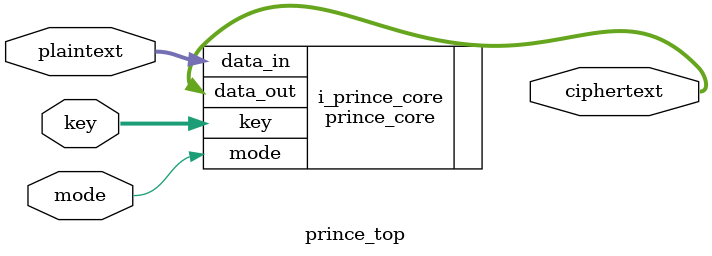
<source format=v>
module prince_top
#( parameter TEXT_SIZE=64,
	parameter KEY_SIZE=128,
	parameter SBOX_NUMBER=16) (
  input [TEXT_SIZE-1:0] plaintext, //-- 64-bit plaintext block
  input [KEY_SIZE-1:0] key, //-- 128-bit key
  input mode, //-- crypto mode 0=enc, 1=dec
  output wire [TEXT_SIZE-1:0] ciphertext //-- 64-bit ciphered block
);

prince_core #(
	.TEXT_SIZE(TEXT_SIZE),
	.KEY_SIZE(KEY_SIZE),
	.SBOX_NUMBER(SBOX_NUMBER)
) i_prince_core (
    .data_in(plaintext),
    .key(key),
    .mode(mode),
    .data_out(ciphertext)
    );

endmodule

</source>
